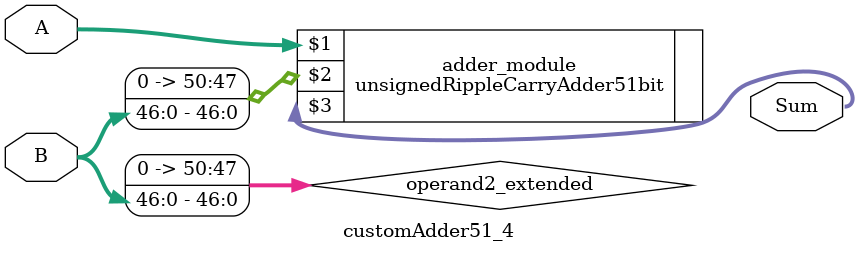
<source format=v>
module customAdder51_4(
                        input [50 : 0] A,
                        input [46 : 0] B,
                        
                        output [51 : 0] Sum
                );

        wire [50 : 0] operand2_extended;
        
        assign operand2_extended =  {4'b0, B};
        
        unsignedRippleCarryAdder51bit adder_module(
            A,
            operand2_extended,
            Sum
        );
        
        endmodule
        
</source>
